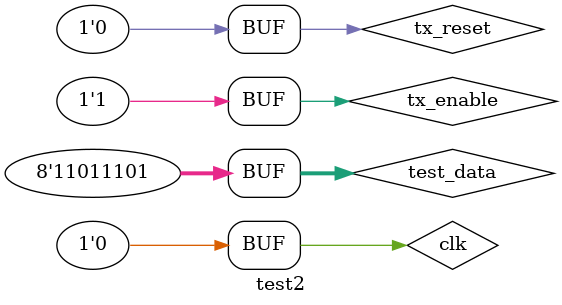
<source format=v>
module test2();
localparam CYCLES = 12;
reg clk = 1'b0;
reg tx_reset = 1'b0;
reg tx_enable = 1'b0;

wire dout;
reg [7:0] test_data = 8'b11011101;
wire [7+1+1+1:0] rx_data;

shift_reg_sipo #(11) sr(
	.clk(clk),
	.reset(),
	.datain(dout),
	.dataout(rx_data)
);

tx_module tm(
	.clk(clk),
	.reset(tx_reset),
	.enable(tx_enable),
	.data_in(test_data),
	.tx(dout)
);

initial begin
	$monitor("%b", rx_data);
	tx_enable = 1'b1;
	tx_reset = 1'b1;
	#1 tx_reset = 1'b0;
end

always @ (posedge clk) begin
	$display("Posedge");
end

initial repeat(CYCLES*2) begin
	#5 clk = ~clk;
end

endmodule


</source>
